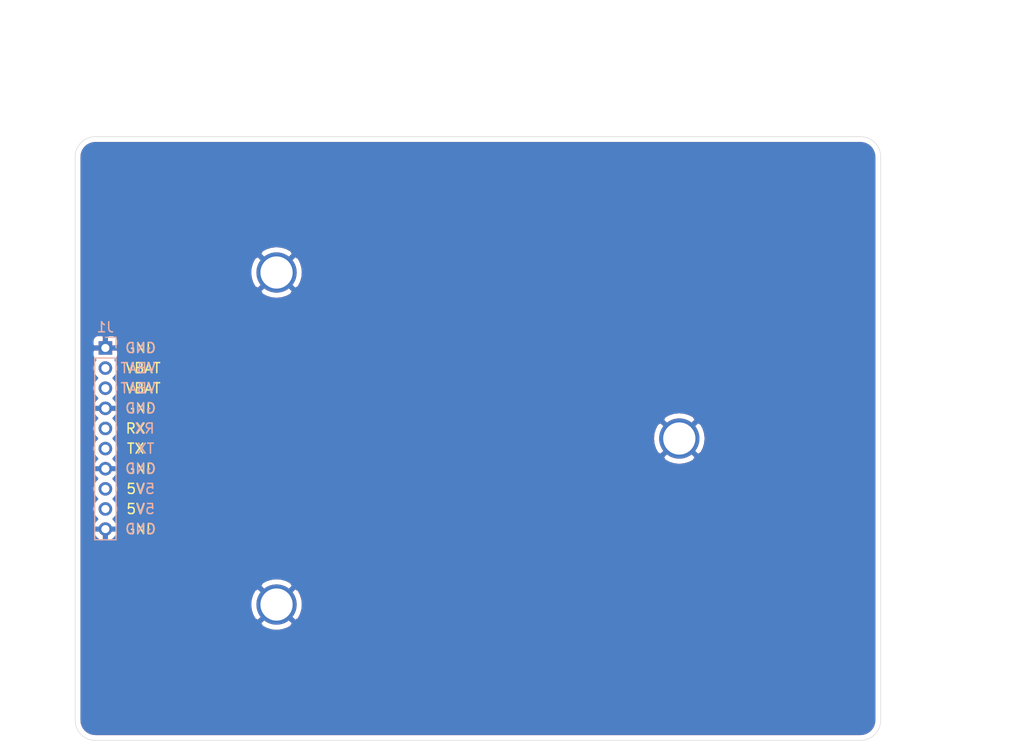
<source format=kicad_pcb>
(kicad_pcb (version 20171130) (host pcbnew 5.1.7-a382d34a8~88~ubuntu20.04.1)

  (general
    (thickness 1.6)
    (drawings 48)
    (tracks 0)
    (zones 0)
    (modules 4)
    (nets 6)
  )

  (page A4)
  (layers
    (0 F.Cu signal)
    (31 B.Cu signal)
    (32 B.Adhes user)
    (33 F.Adhes user)
    (34 B.Paste user)
    (35 F.Paste user)
    (36 B.SilkS user)
    (37 F.SilkS user)
    (38 B.Mask user)
    (39 F.Mask user)
    (40 Dwgs.User user)
    (41 Cmts.User user)
    (42 Eco1.User user)
    (43 Eco2.User user)
    (44 Edge.Cuts user)
    (45 Margin user)
    (46 B.CrtYd user)
    (47 F.CrtYd user)
    (48 B.Fab user)
    (49 F.Fab user)
  )

  (setup
    (last_trace_width 0.25)
    (trace_clearance 0.2)
    (zone_clearance 0.508)
    (zone_45_only no)
    (trace_min 0.2)
    (via_size 0.8)
    (via_drill 0.4)
    (via_min_size 0.4)
    (via_min_drill 0.3)
    (uvia_size 0.3)
    (uvia_drill 0.1)
    (uvias_allowed no)
    (uvia_min_size 0.2)
    (uvia_min_drill 0.1)
    (edge_width 0.05)
    (segment_width 0.2)
    (pcb_text_width 0.3)
    (pcb_text_size 1.5 1.5)
    (mod_edge_width 0.12)
    (mod_text_size 1 1)
    (mod_text_width 0.15)
    (pad_size 1.524 1.524)
    (pad_drill 0.762)
    (pad_to_mask_clearance 0.05)
    (aux_axis_origin 0 0)
    (visible_elements FFFFFF7F)
    (pcbplotparams
      (layerselection 0x010fc_ffffffff)
      (usegerberextensions false)
      (usegerberattributes true)
      (usegerberadvancedattributes true)
      (creategerberjobfile true)
      (excludeedgelayer true)
      (linewidth 0.100000)
      (plotframeref false)
      (viasonmask false)
      (mode 1)
      (useauxorigin false)
      (hpglpennumber 1)
      (hpglpenspeed 20)
      (hpglpendiameter 15.000000)
      (psnegative false)
      (psa4output false)
      (plotreference true)
      (plotvalue true)
      (plotinvisibletext false)
      (padsonsilk false)
      (subtractmaskfromsilk false)
      (outputformat 1)
      (mirror false)
      (drillshape 1)
      (scaleselection 1)
      (outputdirectory ""))
  )

  (net 0 "")
  (net 1 GND)
  (net 2 VBAT)
  (net 3 /UART_TX)
  (net 4 /UART_RX)
  (net 5 +5V)

  (net_class Default "This is the default net class."
    (clearance 0.2)
    (trace_width 0.25)
    (via_dia 0.8)
    (via_drill 0.4)
    (uvia_dia 0.3)
    (uvia_drill 0.1)
    (add_net +5V)
    (add_net /UART_RX)
    (add_net /UART_TX)
    (add_net GND)
    (add_net VBAT)
  )

  (module MRS_Mechanical:Mounting_hole_plated_3,2mm_thin locked (layer F.Cu) (tedit 5DF09C43) (tstamp 5F3D6EAB)
    (at 217 99)
    (path /5F3D375F)
    (fp_text reference H3 (at 0 4.09) (layer F.SilkS) hide
      (effects (font (size 1 1) (thickness 0.15)))
    )
    (fp_text value Mounting_hole_plated_3,2mm (at 0 -3.8) (layer F.Fab) hide
      (effects (font (size 1 1) (thickness 0.15)))
    )
    (fp_circle (center 0 0) (end 3 0) (layer F.Fab) (width 0.15))
    (fp_circle (center 0 0) (end 3 0) (layer F.CrtYd) (width 0.1))
    (pad 1 thru_hole circle (at 0 0) (size 4 4) (drill 3.2) (layers *.Cu *.Mask)
      (net 1 GND))
    (model ${MRS_LIBS}/MRS_Mechanical/3D_Models/M3X6MM.step
      (offset (xyz 0 0 3))
      (scale (xyz 1 1 1))
      (rotate (xyz 0 0 0))
    )
    (model ${MRS_LIBS}/MRS_Mechanical/3D_Models/Spacer_M3x15mm.stp
      (offset (xyz 0 0 -2))
      (scale (xyz 1 1 1))
      (rotate (xyz -180 0 0))
    )
  )

  (module MRS_Connectors:PinHeader_1x10_P2.00mm_Vertical (layer B.Cu) (tedit 59FED667) (tstamp 5F3D67F1)
    (at 160 90 180)
    (descr "Through hole straight pin header, 1x10, 2.00mm pitch, single row")
    (tags "Through hole pin header THT 1x10 2.00mm single row")
    (path /5F3D0B61)
    (fp_text reference J1 (at 0 2.06) (layer B.SilkS)
      (effects (font (size 1 1) (thickness 0.15)) (justify mirror))
    )
    (fp_text value Header_1x10 (at 0 -20.06) (layer B.Fab) hide
      (effects (font (size 1 1) (thickness 0.15)) (justify mirror))
    )
    (fp_line (start -0.5 1) (end 1 1) (layer B.Fab) (width 0.1))
    (fp_line (start 1 1) (end 1 -19) (layer B.Fab) (width 0.1))
    (fp_line (start 1 -19) (end -1 -19) (layer B.Fab) (width 0.1))
    (fp_line (start -1 -19) (end -1 0.5) (layer B.Fab) (width 0.1))
    (fp_line (start -1 0.5) (end -0.5 1) (layer B.Fab) (width 0.1))
    (fp_line (start -1.06 -19.06) (end 1.06 -19.06) (layer B.SilkS) (width 0.12))
    (fp_line (start -1.06 -1) (end -1.06 -19.06) (layer B.SilkS) (width 0.12))
    (fp_line (start 1.06 -1) (end 1.06 -19.06) (layer B.SilkS) (width 0.12))
    (fp_line (start -1.06 -1) (end 1.06 -1) (layer B.SilkS) (width 0.12))
    (fp_line (start -1.06 0) (end -1.06 1.06) (layer B.SilkS) (width 0.12))
    (fp_line (start -1.06 1.06) (end 0 1.06) (layer B.SilkS) (width 0.12))
    (fp_line (start -1.5 1.5) (end -1.5 -19.5) (layer B.CrtYd) (width 0.05))
    (fp_line (start -1.5 -19.5) (end 1.5 -19.5) (layer B.CrtYd) (width 0.05))
    (fp_line (start 1.5 -19.5) (end 1.5 1.5) (layer B.CrtYd) (width 0.05))
    (fp_line (start 1.5 1.5) (end -1.5 1.5) (layer B.CrtYd) (width 0.05))
    (fp_text user %R (at 0 -9 270) (layer B.Fab)
      (effects (font (size 1 1) (thickness 0.15)) (justify mirror))
    )
    (pad 1 thru_hole rect (at 0 0 180) (size 1.35 1.35) (drill 0.8) (layers *.Cu *.Mask)
      (net 1 GND))
    (pad 2 thru_hole oval (at 0 -2 180) (size 1.35 1.35) (drill 0.8) (layers *.Cu *.Mask)
      (net 2 VBAT))
    (pad 3 thru_hole oval (at 0 -4 180) (size 1.35 1.35) (drill 0.8) (layers *.Cu *.Mask)
      (net 2 VBAT))
    (pad 4 thru_hole oval (at 0 -6 180) (size 1.35 1.35) (drill 0.8) (layers *.Cu *.Mask)
      (net 1 GND))
    (pad 5 thru_hole oval (at 0 -8 180) (size 1.35 1.35) (drill 0.8) (layers *.Cu *.Mask)
      (net 4 /UART_RX))
    (pad 6 thru_hole oval (at 0 -10 180) (size 1.35 1.35) (drill 0.8) (layers *.Cu *.Mask)
      (net 3 /UART_TX))
    (pad 7 thru_hole oval (at 0 -12 180) (size 1.35 1.35) (drill 0.8) (layers *.Cu *.Mask)
      (net 1 GND))
    (pad 8 thru_hole oval (at 0 -14 180) (size 1.35 1.35) (drill 0.8) (layers *.Cu *.Mask)
      (net 5 +5V))
    (pad 9 thru_hole oval (at 0 -16 180) (size 1.35 1.35) (drill 0.8) (layers *.Cu *.Mask)
      (net 5 +5V))
    (pad 10 thru_hole oval (at 0 -18 180) (size 1.35 1.35) (drill 0.8) (layers *.Cu *.Mask)
      (net 1 GND))
    (model ${KISYS3DMOD}/Connector_PinHeader_2.00mm.3dshapes/PinHeader_1x10_P2.00mm_Vertical.wrl
      (at (xyz 0 0 0))
      (scale (xyz 1 1 1))
      (rotate (xyz 0 0 0))
    )
  )

  (module MRS_Mechanical:Mounting_hole_plated_3,2mm_thin locked (layer F.Cu) (tedit 5DF09C43) (tstamp 5F3D6751)
    (at 177 115.5)
    (path /5F3DA9EA)
    (fp_text reference H2 (at 0 4.09) (layer F.SilkS) hide
      (effects (font (size 1 1) (thickness 0.15)))
    )
    (fp_text value Mounting_hole_plated_3,2mm (at 0 -3.8) (layer F.Fab) hide
      (effects (font (size 1 1) (thickness 0.15)))
    )
    (fp_circle (center 0 0) (end 3 0) (layer F.CrtYd) (width 0.1))
    (fp_circle (center 0 0) (end 3 0) (layer F.Fab) (width 0.15))
    (pad 1 thru_hole circle (at 0 0) (size 4 4) (drill 3.2) (layers *.Cu *.Mask)
      (net 1 GND))
    (model ${MRS_LIBS}/MRS_Mechanical/3D_Models/M3X6MM.step
      (offset (xyz 0 0 3))
      (scale (xyz 1 1 1))
      (rotate (xyz 0 0 0))
    )
    (model ${MRS_LIBS}/MRS_Mechanical/3D_Models/Spacer_M3x15mm.stp
      (offset (xyz 0 0 -2))
      (scale (xyz 1 1 1))
      (rotate (xyz -180 0 0))
    )
  )

  (module MRS_Mechanical:Mounting_hole_plated_3,2mm_thin locked (layer F.Cu) (tedit 5DF09C43) (tstamp 5F3D674A)
    (at 177 82.5)
    (path /5F3DA6AE)
    (fp_text reference H1 (at 0 4.09) (layer F.SilkS) hide
      (effects (font (size 1 1) (thickness 0.15)))
    )
    (fp_text value Mounting_hole_plated_3,2mm (at 0 -3.8) (layer F.Fab) hide
      (effects (font (size 1 1) (thickness 0.15)))
    )
    (fp_circle (center 0 0) (end 3 0) (layer F.CrtYd) (width 0.1))
    (fp_circle (center 0 0) (end 3 0) (layer F.Fab) (width 0.15))
    (pad 1 thru_hole circle (at 0 0) (size 4 4) (drill 3.2) (layers *.Cu *.Mask)
      (net 1 GND))
    (model ${MRS_LIBS}/MRS_Mechanical/3D_Models/M3X6MM.step
      (offset (xyz 0 0 3))
      (scale (xyz 1 1 1))
      (rotate (xyz 0 0 0))
    )
    (model ${MRS_LIBS}/MRS_Mechanical/3D_Models/Spacer_M3x15mm.stp
      (offset (xyz 0 0 -2))
      (scale (xyz 1 1 1))
      (rotate (xyz -180 0 0))
    )
  )

  (dimension 13.5 (width 0.15) (layer Dwgs.User)
    (gr_text "13,500 mm" (at 153.2 122.25 90) (layer Dwgs.User)
      (effects (font (size 1 1) (thickness 0.15)))
    )
    (feature1 (pts (xy 177 129) (xy 153.913579 129)))
    (feature2 (pts (xy 177 115.5) (xy 153.913579 115.5)))
    (crossbar (pts (xy 154.5 115.5) (xy 154.5 129)))
    (arrow1a (pts (xy 154.5 129) (xy 153.913579 127.873496)))
    (arrow1b (pts (xy 154.5 129) (xy 155.086421 127.873496)))
    (arrow2a (pts (xy 154.5 115.5) (xy 153.913579 116.626504)))
    (arrow2b (pts (xy 154.5 115.5) (xy 155.086421 116.626504)))
  )
  (dimension 33 (width 0.15) (layer Dwgs.User)
    (gr_text "33,000 mm" (at 153.2 99 90) (layer Dwgs.User)
      (effects (font (size 1 1) (thickness 0.15)))
    )
    (feature1 (pts (xy 177 82.5) (xy 153.913579 82.5)))
    (feature2 (pts (xy 177 115.5) (xy 153.913579 115.5)))
    (crossbar (pts (xy 154.5 115.5) (xy 154.5 82.5)))
    (arrow1a (pts (xy 154.5 82.5) (xy 155.086421 83.626504)))
    (arrow1b (pts (xy 154.5 82.5) (xy 153.913579 83.626504)))
    (arrow2a (pts (xy 154.5 115.5) (xy 155.086421 114.373496)))
    (arrow2b (pts (xy 154.5 115.5) (xy 153.913579 114.373496)))
  )
  (dimension 3.2 (width 0.15) (layer Dwgs.User)
    (gr_text "3,2 mm" (at 182.5 82.6 90) (layer Dwgs.User)
      (effects (font (size 1 1) (thickness 0.15)))
    )
    (feature1 (pts (xy 177 81) (xy 181.786421 81)))
    (feature2 (pts (xy 177 84.2) (xy 181.786421 84.2)))
    (crossbar (pts (xy 181.2 84.2) (xy 181.2 81)))
    (arrow1a (pts (xy 181.2 81) (xy 181.786421 82.126504)))
    (arrow1b (pts (xy 181.2 81) (xy 180.613579 82.126504)))
    (arrow2a (pts (xy 181.2 84.2) (xy 181.786421 83.073496)))
    (arrow2b (pts (xy 181.2 84.2) (xy 180.613579 83.073496)))
  )
  (gr_circle (center 217 99) (end 218.6 99) (layer Dwgs.User) (width 0.15) (tstamp 5F3E206D))
  (gr_circle (center 177 115.5) (end 178.6 115.5) (layer Dwgs.User) (width 0.15) (tstamp 5F3E206D))
  (gr_circle (center 177 82.5) (end 178.6 82.5) (layer Dwgs.User) (width 0.15))
  (dimension 30 (width 0.15) (layer Dwgs.User)
    (gr_text "30 mm" (at 242.3 84 270) (layer Dwgs.User)
      (effects (font (size 1 1) (thickness 0.15)))
    )
    (feature1 (pts (xy 217 99) (xy 241.586421 99)))
    (feature2 (pts (xy 217 69) (xy 241.586421 69)))
    (crossbar (pts (xy 241 69) (xy 241 99)))
    (arrow1a (pts (xy 241 99) (xy 240.413579 97.873496)))
    (arrow1b (pts (xy 241 99) (xy 241.586421 97.873496)))
    (arrow2a (pts (xy 241 69) (xy 240.413579 70.126504)))
    (arrow2b (pts (xy 241 69) (xy 241.586421 70.126504)))
  )
  (dimension 20 (width 0.15) (layer Dwgs.User)
    (gr_text "20 mm" (at 227 63.7) (layer Dwgs.User)
      (effects (font (size 1 1) (thickness 0.15)))
    )
    (feature1 (pts (xy 237 99) (xy 237 64.413579)))
    (feature2 (pts (xy 217 99) (xy 217 64.413579)))
    (crossbar (pts (xy 217 65) (xy 237 65)))
    (arrow1a (pts (xy 237 65) (xy 235.873496 65.586421)))
    (arrow1b (pts (xy 237 65) (xy 235.873496 64.413579)))
    (arrow2a (pts (xy 217 65) (xy 218.126504 65.586421)))
    (arrow2b (pts (xy 217 65) (xy 218.126504 64.413579)))
  )
  (dimension 13.5 (width 0.15) (layer Dwgs.User)
    (gr_text "13,500 mm" (at 153.2 75.75 90) (layer Dwgs.User)
      (effects (font (size 1 1) (thickness 0.15)))
    )
    (feature1 (pts (xy 177 69) (xy 153.913579 69)))
    (feature2 (pts (xy 177 82.5) (xy 153.913579 82.5)))
    (crossbar (pts (xy 154.5 82.5) (xy 154.5 69)))
    (arrow1a (pts (xy 154.5 69) (xy 155.086421 70.126504)))
    (arrow1b (pts (xy 154.5 69) (xy 153.913579 70.126504)))
    (arrow2a (pts (xy 154.5 82.5) (xy 155.086421 81.373496)))
    (arrow2b (pts (xy 154.5 82.5) (xy 153.913579 81.373496)))
  )
  (dimension 20 (width 0.15) (layer Dwgs.User)
    (gr_text "20 mm" (at 167 63.7) (layer Dwgs.User)
      (effects (font (size 1 1) (thickness 0.15)))
    )
    (feature1 (pts (xy 177 84) (xy 177 64.413579)))
    (feature2 (pts (xy 157 84) (xy 157 64.413579)))
    (crossbar (pts (xy 157 65) (xy 177 65)))
    (arrow1a (pts (xy 177 65) (xy 175.873496 65.586421)))
    (arrow1b (pts (xy 177 65) (xy 175.873496 64.413579)))
    (arrow2a (pts (xy 157 65) (xy 158.126504 65.586421)))
    (arrow2b (pts (xy 157 65) (xy 158.126504 64.413579)))
  )
  (gr_arc (start 159 127) (end 157 127) (angle -90) (layer Dwgs.User) (width 0.15))
  (gr_arc (start 235 127) (end 235 129) (angle -90) (layer Dwgs.User) (width 0.15))
  (gr_arc (start 235 71) (end 237 71) (angle -90) (layer Dwgs.User) (width 0.15))
  (gr_arc (start 159 71) (end 159 69) (angle -90) (layer Dwgs.User) (width 0.15))
  (gr_line (start 157 127) (end 157 71) (layer Dwgs.User) (width 0.15))
  (gr_line (start 235 129) (end 159 129) (layer Dwgs.User) (width 0.15))
  (gr_line (start 237 71) (end 237 127) (layer Dwgs.User) (width 0.15))
  (gr_line (start 159 69) (end 235 69) (layer Dwgs.User) (width 0.15))
  (dimension 80 (width 0.15) (layer Dwgs.User)
    (gr_text "80,000 mm" (at 197 56.7) (layer Dwgs.User)
      (effects (font (size 2 2) (thickness 0.15)))
    )
    (feature1 (pts (xy 237 71) (xy 237 58.413579)))
    (feature2 (pts (xy 157 71) (xy 157 58.413579)))
    (crossbar (pts (xy 157 59) (xy 237 59)))
    (arrow1a (pts (xy 237 59) (xy 235.873496 59.586421)))
    (arrow1b (pts (xy 237 59) (xy 235.873496 58.413579)))
    (arrow2a (pts (xy 157 59) (xy 158.126504 59.586421)))
    (arrow2b (pts (xy 157 59) (xy 158.126504 58.413579)))
  )
  (dimension 60 (width 0.15) (layer Dwgs.User)
    (gr_text "60 mm" (at 247.3 99 270) (layer Dwgs.User)
      (effects (font (size 2 2) (thickness 0.15)))
    )
    (feature1 (pts (xy 234 129) (xy 246.586421 129)))
    (feature2 (pts (xy 234 69) (xy 246.586421 69)))
    (crossbar (pts (xy 246 69) (xy 246 129)))
    (arrow1a (pts (xy 246 129) (xy 245.413579 127.873496)))
    (arrow1b (pts (xy 246 129) (xy 246.586421 127.873496)))
    (arrow2a (pts (xy 246 69) (xy 245.413579 70.126504)))
    (arrow2b (pts (xy 246 69) (xy 246.586421 70.126504)))
  )
  (gr_text GND (at 163.5 96) (layer F.SilkS) (tstamp 5F3D6991)
    (effects (font (size 1 1) (thickness 0.15)))
  )
  (gr_text GND (at 163.5 108) (layer F.SilkS) (tstamp 5F3D6990)
    (effects (font (size 1 1) (thickness 0.15)))
  )
  (gr_text VBAT (at 163.75 94) (layer F.SilkS) (tstamp 5F3D698F)
    (effects (font (size 1 1) (thickness 0.15)))
  )
  (gr_text 5V (at 163 104) (layer F.SilkS) (tstamp 5F3D698E)
    (effects (font (size 1 1) (thickness 0.15)))
  )
  (gr_text GND (at 163.5 90) (layer F.SilkS) (tstamp 5F3D698D)
    (effects (font (size 1 1) (thickness 0.15)))
  )
  (gr_text RX (at 163 98) (layer F.SilkS) (tstamp 5F3D698C)
    (effects (font (size 1 1) (thickness 0.15)))
  )
  (gr_text VBAT (at 163.75 92) (layer F.SilkS) (tstamp 5F3D698B)
    (effects (font (size 1 1) (thickness 0.15)))
  )
  (gr_text GND (at 163.5 102) (layer F.SilkS) (tstamp 5F3D698A)
    (effects (font (size 1 1) (thickness 0.15)))
  )
  (gr_text TX (at 163 100) (layer F.SilkS) (tstamp 5F3D6989)
    (effects (font (size 1 1) (thickness 0.15)))
  )
  (gr_text 5V (at 163 106) (layer F.SilkS) (tstamp 5F3D6988)
    (effects (font (size 1 1) (thickness 0.15)))
  )
  (gr_text GND (at 163.5 108) (layer B.SilkS)
    (effects (font (size 1 1) (thickness 0.15)) (justify mirror))
  )
  (gr_text 5V (at 164 106) (layer B.SilkS)
    (effects (font (size 1 1) (thickness 0.15)) (justify mirror))
  )
  (gr_text 5V (at 164 104) (layer B.SilkS)
    (effects (font (size 1 1) (thickness 0.15)) (justify mirror))
  )
  (gr_text GND (at 163.5 102) (layer B.SilkS)
    (effects (font (size 1 1) (thickness 0.15)) (justify mirror))
  )
  (gr_text TX (at 164 100) (layer B.SilkS)
    (effects (font (size 1 1) (thickness 0.15)) (justify mirror))
  )
  (gr_text RX (at 163.9 98) (layer B.SilkS)
    (effects (font (size 1 1) (thickness 0.15)) (justify mirror))
  )
  (gr_text GND (at 163.5 96) (layer B.SilkS)
    (effects (font (size 1 1) (thickness 0.15)) (justify mirror))
  )
  (gr_text VBAT (at 163.25 94) (layer B.SilkS)
    (effects (font (size 1 1) (thickness 0.15)) (justify mirror))
  )
  (gr_text VBAT (at 163.25 92) (layer B.SilkS)
    (effects (font (size 1 1) (thickness 0.15)) (justify mirror))
  )
  (gr_text GND (at 163.5 90) (layer B.SilkS)
    (effects (font (size 1 1) (thickness 0.15)) (justify mirror))
  )
  (gr_arc (start 159 127) (end 157 127) (angle -90) (layer Edge.Cuts) (width 0.05))
  (gr_arc (start 235 127) (end 235 129) (angle -90) (layer Edge.Cuts) (width 0.05))
  (gr_arc (start 235 71) (end 237 71) (angle -90) (layer Edge.Cuts) (width 0.05))
  (gr_arc (start 159 71) (end 159 69) (angle -90) (layer Edge.Cuts) (width 0.05))
  (gr_line (start 157 127) (end 157 71) (layer Edge.Cuts) (width 0.05) (tstamp 5F42E73C))
  (gr_line (start 235 129) (end 159 129) (layer Edge.Cuts) (width 0.05))
  (gr_line (start 237 71) (end 237 127) (layer Edge.Cuts) (width 0.05))
  (gr_line (start 159 69) (end 235 69) (layer Edge.Cuts) (width 0.05))

  (zone (net 1) (net_name GND) (layer F.Cu) (tstamp 0) (hatch edge 0.508)
    (connect_pads (clearance 0.5))
    (min_thickness 0.25)
    (fill yes (arc_segments 32) (thermal_gap 0.5) (thermal_bridge_width 0.5))
    (polygon
      (pts
        (xy 237 129) (xy 157 129) (xy 157 69) (xy 237 69)
      )
    )
    (filled_polygon
      (pts
        (xy 235.261611 69.678769) (xy 235.513258 69.754745) (xy 235.745353 69.878152) (xy 235.94906 70.044292) (xy 236.116616 70.246832)
        (xy 236.241641 70.478062) (xy 236.319373 70.729172) (xy 236.35 71.020567) (xy 236.350001 126.968197) (xy 236.321231 127.261612)
        (xy 236.245255 127.513256) (xy 236.121846 127.745354) (xy 235.955709 127.949058) (xy 235.753168 128.116616) (xy 235.521938 128.241641)
        (xy 235.270828 128.319373) (xy 234.979433 128.35) (xy 159.031793 128.35) (xy 158.738388 128.321231) (xy 158.486744 128.245255)
        (xy 158.254646 128.121846) (xy 158.050942 127.955709) (xy 157.883384 127.753168) (xy 157.758359 127.521938) (xy 157.680627 127.270828)
        (xy 157.65 126.979433) (xy 157.65 117.340812) (xy 175.335965 117.340812) (xy 175.552468 117.705021) (xy 176.01046 117.945052)
        (xy 176.50648 118.09112) (xy 177.021465 118.137613) (xy 177.535625 118.082744) (xy 178.029202 117.928623) (xy 178.447532 117.705021)
        (xy 178.664035 117.340812) (xy 177 115.676777) (xy 175.335965 117.340812) (xy 157.65 117.340812) (xy 157.65 115.521465)
        (xy 174.362387 115.521465) (xy 174.417256 116.035625) (xy 174.571377 116.529202) (xy 174.794979 116.947532) (xy 175.159188 117.164035)
        (xy 176.823223 115.5) (xy 177.176777 115.5) (xy 178.840812 117.164035) (xy 179.205021 116.947532) (xy 179.445052 116.48954)
        (xy 179.59112 115.99352) (xy 179.637613 115.478535) (xy 179.582744 114.964375) (xy 179.428623 114.470798) (xy 179.205021 114.052468)
        (xy 178.840812 113.835965) (xy 177.176777 115.5) (xy 176.823223 115.5) (xy 175.159188 113.835965) (xy 174.794979 114.052468)
        (xy 174.554948 114.51046) (xy 174.40888 115.00648) (xy 174.362387 115.521465) (xy 157.65 115.521465) (xy 157.65 113.659188)
        (xy 175.335965 113.659188) (xy 177 115.323223) (xy 178.664035 113.659188) (xy 178.447532 113.294979) (xy 177.98954 113.054948)
        (xy 177.49352 112.90888) (xy 176.978535 112.862387) (xy 176.464375 112.917256) (xy 175.970798 113.071377) (xy 175.552468 113.294979)
        (xy 175.335965 113.659188) (xy 157.65 113.659188) (xy 157.65 108.325883) (xy 158.741509 108.325883) (xy 158.772545 108.428221)
        (xy 158.879672 108.659457) (xy 159.029853 108.865351) (xy 159.217316 109.03799) (xy 159.434857 109.170739) (xy 159.674116 109.258497)
        (xy 159.875 109.137732) (xy 159.875 108.125) (xy 160.125 108.125) (xy 160.125 109.137732) (xy 160.325884 109.258497)
        (xy 160.565143 109.170739) (xy 160.782684 109.03799) (xy 160.970147 108.865351) (xy 161.120328 108.659457) (xy 161.227455 108.428221)
        (xy 161.258491 108.325883) (xy 161.136899 108.125) (xy 160.125 108.125) (xy 159.875 108.125) (xy 158.863101 108.125)
        (xy 158.741509 108.325883) (xy 157.65 108.325883) (xy 157.65 103.871961) (xy 158.7 103.871961) (xy 158.7 104.128039)
        (xy 158.749958 104.379196) (xy 158.847955 104.615781) (xy 158.990224 104.828702) (xy 159.161522 105) (xy 158.990224 105.171298)
        (xy 158.847955 105.384219) (xy 158.749958 105.620804) (xy 158.7 105.871961) (xy 158.7 106.128039) (xy 158.749958 106.379196)
        (xy 158.847955 106.615781) (xy 158.990224 106.828702) (xy 159.168494 107.006972) (xy 159.029853 107.134649) (xy 158.879672 107.340543)
        (xy 158.772545 107.571779) (xy 158.741509 107.674117) (xy 158.863101 107.875) (xy 159.875 107.875) (xy 159.875 107.855)
        (xy 160.125 107.855) (xy 160.125 107.875) (xy 161.136899 107.875) (xy 161.258491 107.674117) (xy 161.227455 107.571779)
        (xy 161.120328 107.340543) (xy 160.970147 107.134649) (xy 160.831506 107.006972) (xy 161.009776 106.828702) (xy 161.152045 106.615781)
        (xy 161.250042 106.379196) (xy 161.3 106.128039) (xy 161.3 105.871961) (xy 161.250042 105.620804) (xy 161.152045 105.384219)
        (xy 161.009776 105.171298) (xy 160.838478 105) (xy 161.009776 104.828702) (xy 161.152045 104.615781) (xy 161.250042 104.379196)
        (xy 161.3 104.128039) (xy 161.3 103.871961) (xy 161.250042 103.620804) (xy 161.152045 103.384219) (xy 161.009776 103.171298)
        (xy 160.831506 102.993028) (xy 160.970147 102.865351) (xy 161.120328 102.659457) (xy 161.227455 102.428221) (xy 161.258491 102.325883)
        (xy 161.136899 102.125) (xy 160.125 102.125) (xy 160.125 102.145) (xy 159.875 102.145) (xy 159.875 102.125)
        (xy 158.863101 102.125) (xy 158.741509 102.325883) (xy 158.772545 102.428221) (xy 158.879672 102.659457) (xy 159.029853 102.865351)
        (xy 159.168494 102.993028) (xy 158.990224 103.171298) (xy 158.847955 103.384219) (xy 158.749958 103.620804) (xy 158.7 103.871961)
        (xy 157.65 103.871961) (xy 157.65 97.871961) (xy 158.7 97.871961) (xy 158.7 98.128039) (xy 158.749958 98.379196)
        (xy 158.847955 98.615781) (xy 158.990224 98.828702) (xy 159.161522 99) (xy 158.990224 99.171298) (xy 158.847955 99.384219)
        (xy 158.749958 99.620804) (xy 158.7 99.871961) (xy 158.7 100.128039) (xy 158.749958 100.379196) (xy 158.847955 100.615781)
        (xy 158.990224 100.828702) (xy 159.168494 101.006972) (xy 159.029853 101.134649) (xy 158.879672 101.340543) (xy 158.772545 101.571779)
        (xy 158.741509 101.674117) (xy 158.863101 101.875) (xy 159.875 101.875) (xy 159.875 101.855) (xy 160.125 101.855)
        (xy 160.125 101.875) (xy 161.136899 101.875) (xy 161.258491 101.674117) (xy 161.227455 101.571779) (xy 161.120328 101.340543)
        (xy 160.970147 101.134649) (xy 160.831506 101.006972) (xy 160.997666 100.840812) (xy 215.335965 100.840812) (xy 215.552468 101.205021)
        (xy 216.01046 101.445052) (xy 216.50648 101.59112) (xy 217.021465 101.637613) (xy 217.535625 101.582744) (xy 218.029202 101.428623)
        (xy 218.447532 101.205021) (xy 218.664035 100.840812) (xy 217 99.176777) (xy 215.335965 100.840812) (xy 160.997666 100.840812)
        (xy 161.009776 100.828702) (xy 161.152045 100.615781) (xy 161.250042 100.379196) (xy 161.3 100.128039) (xy 161.3 99.871961)
        (xy 161.250042 99.620804) (xy 161.152045 99.384219) (xy 161.009776 99.171298) (xy 160.859943 99.021465) (xy 214.362387 99.021465)
        (xy 214.417256 99.535625) (xy 214.571377 100.029202) (xy 214.794979 100.447532) (xy 215.159188 100.664035) (xy 216.823223 99)
        (xy 217.176777 99) (xy 218.840812 100.664035) (xy 219.205021 100.447532) (xy 219.445052 99.98954) (xy 219.59112 99.49352)
        (xy 219.637613 98.978535) (xy 219.582744 98.464375) (xy 219.428623 97.970798) (xy 219.205021 97.552468) (xy 218.840812 97.335965)
        (xy 217.176777 99) (xy 216.823223 99) (xy 215.159188 97.335965) (xy 214.794979 97.552468) (xy 214.554948 98.01046)
        (xy 214.40888 98.50648) (xy 214.362387 99.021465) (xy 160.859943 99.021465) (xy 160.838478 99) (xy 161.009776 98.828702)
        (xy 161.152045 98.615781) (xy 161.250042 98.379196) (xy 161.3 98.128039) (xy 161.3 97.871961) (xy 161.250042 97.620804)
        (xy 161.152045 97.384219) (xy 161.009776 97.171298) (xy 160.997666 97.159188) (xy 215.335965 97.159188) (xy 217 98.823223)
        (xy 218.664035 97.159188) (xy 218.447532 96.794979) (xy 217.98954 96.554948) (xy 217.49352 96.40888) (xy 216.978535 96.362387)
        (xy 216.464375 96.417256) (xy 215.970798 96.571377) (xy 215.552468 96.794979) (xy 215.335965 97.159188) (xy 160.997666 97.159188)
        (xy 160.831506 96.993028) (xy 160.970147 96.865351) (xy 161.120328 96.659457) (xy 161.227455 96.428221) (xy 161.258491 96.325883)
        (xy 161.136899 96.125) (xy 160.125 96.125) (xy 160.125 96.145) (xy 159.875 96.145) (xy 159.875 96.125)
        (xy 158.863101 96.125) (xy 158.741509 96.325883) (xy 158.772545 96.428221) (xy 158.879672 96.659457) (xy 159.029853 96.865351)
        (xy 159.168494 96.993028) (xy 158.990224 97.171298) (xy 158.847955 97.384219) (xy 158.749958 97.620804) (xy 158.7 97.871961)
        (xy 157.65 97.871961) (xy 157.65 90.675) (xy 158.696976 90.675) (xy 158.709043 90.797521) (xy 158.744781 90.915334)
        (xy 158.802817 91.023911) (xy 158.88092 91.11908) (xy 158.974048 91.195508) (xy 158.847955 91.384219) (xy 158.749958 91.620804)
        (xy 158.7 91.871961) (xy 158.7 92.128039) (xy 158.749958 92.379196) (xy 158.847955 92.615781) (xy 158.990224 92.828702)
        (xy 159.161522 93) (xy 158.990224 93.171298) (xy 158.847955 93.384219) (xy 158.749958 93.620804) (xy 158.7 93.871961)
        (xy 158.7 94.128039) (xy 158.749958 94.379196) (xy 158.847955 94.615781) (xy 158.990224 94.828702) (xy 159.168494 95.006972)
        (xy 159.029853 95.134649) (xy 158.879672 95.340543) (xy 158.772545 95.571779) (xy 158.741509 95.674117) (xy 158.863101 95.875)
        (xy 159.875 95.875) (xy 159.875 95.855) (xy 160.125 95.855) (xy 160.125 95.875) (xy 161.136899 95.875)
        (xy 161.258491 95.674117) (xy 161.227455 95.571779) (xy 161.120328 95.340543) (xy 160.970147 95.134649) (xy 160.831506 95.006972)
        (xy 161.009776 94.828702) (xy 161.152045 94.615781) (xy 161.250042 94.379196) (xy 161.3 94.128039) (xy 161.3 93.871961)
        (xy 161.250042 93.620804) (xy 161.152045 93.384219) (xy 161.009776 93.171298) (xy 160.838478 93) (xy 161.009776 92.828702)
        (xy 161.152045 92.615781) (xy 161.250042 92.379196) (xy 161.3 92.128039) (xy 161.3 91.871961) (xy 161.250042 91.620804)
        (xy 161.152045 91.384219) (xy 161.025952 91.195508) (xy 161.11908 91.11908) (xy 161.197183 91.023911) (xy 161.255219 90.915334)
        (xy 161.290957 90.797521) (xy 161.303024 90.675) (xy 161.3 90.28125) (xy 161.14375 90.125) (xy 160.125 90.125)
        (xy 160.125 90.145) (xy 159.875 90.145) (xy 159.875 90.125) (xy 158.85625 90.125) (xy 158.7 90.28125)
        (xy 158.696976 90.675) (xy 157.65 90.675) (xy 157.65 89.325) (xy 158.696976 89.325) (xy 158.7 89.71875)
        (xy 158.85625 89.875) (xy 159.875 89.875) (xy 159.875 88.85625) (xy 160.125 88.85625) (xy 160.125 89.875)
        (xy 161.14375 89.875) (xy 161.3 89.71875) (xy 161.303024 89.325) (xy 161.290957 89.202479) (xy 161.255219 89.084666)
        (xy 161.197183 88.976089) (xy 161.11908 88.88092) (xy 161.023911 88.802817) (xy 160.915334 88.744781) (xy 160.797521 88.709043)
        (xy 160.675 88.696976) (xy 160.28125 88.7) (xy 160.125 88.85625) (xy 159.875 88.85625) (xy 159.71875 88.7)
        (xy 159.325 88.696976) (xy 159.202479 88.709043) (xy 159.084666 88.744781) (xy 158.976089 88.802817) (xy 158.88092 88.88092)
        (xy 158.802817 88.976089) (xy 158.744781 89.084666) (xy 158.709043 89.202479) (xy 158.696976 89.325) (xy 157.65 89.325)
        (xy 157.65 84.340812) (xy 175.335965 84.340812) (xy 175.552468 84.705021) (xy 176.01046 84.945052) (xy 176.50648 85.09112)
        (xy 177.021465 85.137613) (xy 177.535625 85.082744) (xy 178.029202 84.928623) (xy 178.447532 84.705021) (xy 178.664035 84.340812)
        (xy 177 82.676777) (xy 175.335965 84.340812) (xy 157.65 84.340812) (xy 157.65 82.521465) (xy 174.362387 82.521465)
        (xy 174.417256 83.035625) (xy 174.571377 83.529202) (xy 174.794979 83.947532) (xy 175.159188 84.164035) (xy 176.823223 82.5)
        (xy 177.176777 82.5) (xy 178.840812 84.164035) (xy 179.205021 83.947532) (xy 179.445052 83.48954) (xy 179.59112 82.99352)
        (xy 179.637613 82.478535) (xy 179.582744 81.964375) (xy 179.428623 81.470798) (xy 179.205021 81.052468) (xy 178.840812 80.835965)
        (xy 177.176777 82.5) (xy 176.823223 82.5) (xy 175.159188 80.835965) (xy 174.794979 81.052468) (xy 174.554948 81.51046)
        (xy 174.40888 82.00648) (xy 174.362387 82.521465) (xy 157.65 82.521465) (xy 157.65 80.659188) (xy 175.335965 80.659188)
        (xy 177 82.323223) (xy 178.664035 80.659188) (xy 178.447532 80.294979) (xy 177.98954 80.054948) (xy 177.49352 79.90888)
        (xy 176.978535 79.862387) (xy 176.464375 79.917256) (xy 175.970798 80.071377) (xy 175.552468 80.294979) (xy 175.335965 80.659188)
        (xy 157.65 80.659188) (xy 157.65 71.031793) (xy 157.678769 70.738389) (xy 157.754745 70.486742) (xy 157.878152 70.254647)
        (xy 158.044292 70.05094) (xy 158.246832 69.883384) (xy 158.478062 69.758359) (xy 158.729172 69.680627) (xy 159.020567 69.65)
        (xy 234.968207 69.65)
      )
    )
  )
  (zone (net 1) (net_name GND) (layer B.Cu) (tstamp 5F3D69CC) (hatch edge 0.508)
    (connect_pads (clearance 0.5))
    (min_thickness 0.25)
    (fill yes (arc_segments 32) (thermal_gap 0.5) (thermal_bridge_width 0.5))
    (polygon
      (pts
        (xy 237 129) (xy 157 129) (xy 157 69) (xy 237 69)
      )
    )
    (filled_polygon
      (pts
        (xy 235.261611 69.678769) (xy 235.513258 69.754745) (xy 235.745353 69.878152) (xy 235.94906 70.044292) (xy 236.116616 70.246832)
        (xy 236.241641 70.478062) (xy 236.319373 70.729172) (xy 236.35 71.020567) (xy 236.350001 126.968197) (xy 236.321231 127.261612)
        (xy 236.245255 127.513256) (xy 236.121846 127.745354) (xy 235.955709 127.949058) (xy 235.753168 128.116616) (xy 235.521938 128.241641)
        (xy 235.270828 128.319373) (xy 234.979433 128.35) (xy 159.031793 128.35) (xy 158.738388 128.321231) (xy 158.486744 128.245255)
        (xy 158.254646 128.121846) (xy 158.050942 127.955709) (xy 157.883384 127.753168) (xy 157.758359 127.521938) (xy 157.680627 127.270828)
        (xy 157.65 126.979433) (xy 157.65 117.340812) (xy 175.335965 117.340812) (xy 175.552468 117.705021) (xy 176.01046 117.945052)
        (xy 176.50648 118.09112) (xy 177.021465 118.137613) (xy 177.535625 118.082744) (xy 178.029202 117.928623) (xy 178.447532 117.705021)
        (xy 178.664035 117.340812) (xy 177 115.676777) (xy 175.335965 117.340812) (xy 157.65 117.340812) (xy 157.65 115.521465)
        (xy 174.362387 115.521465) (xy 174.417256 116.035625) (xy 174.571377 116.529202) (xy 174.794979 116.947532) (xy 175.159188 117.164035)
        (xy 176.823223 115.5) (xy 177.176777 115.5) (xy 178.840812 117.164035) (xy 179.205021 116.947532) (xy 179.445052 116.48954)
        (xy 179.59112 115.99352) (xy 179.637613 115.478535) (xy 179.582744 114.964375) (xy 179.428623 114.470798) (xy 179.205021 114.052468)
        (xy 178.840812 113.835965) (xy 177.176777 115.5) (xy 176.823223 115.5) (xy 175.159188 113.835965) (xy 174.794979 114.052468)
        (xy 174.554948 114.51046) (xy 174.40888 115.00648) (xy 174.362387 115.521465) (xy 157.65 115.521465) (xy 157.65 113.659188)
        (xy 175.335965 113.659188) (xy 177 115.323223) (xy 178.664035 113.659188) (xy 178.447532 113.294979) (xy 177.98954 113.054948)
        (xy 177.49352 112.90888) (xy 176.978535 112.862387) (xy 176.464375 112.917256) (xy 175.970798 113.071377) (xy 175.552468 113.294979)
        (xy 175.335965 113.659188) (xy 157.65 113.659188) (xy 157.65 108.325883) (xy 158.741509 108.325883) (xy 158.772545 108.428221)
        (xy 158.879672 108.659457) (xy 159.029853 108.865351) (xy 159.217316 109.03799) (xy 159.434857 109.170739) (xy 159.674116 109.258497)
        (xy 159.875 109.137732) (xy 159.875 108.125) (xy 160.125 108.125) (xy 160.125 109.137732) (xy 160.325884 109.258497)
        (xy 160.565143 109.170739) (xy 160.782684 109.03799) (xy 160.970147 108.865351) (xy 161.120328 108.659457) (xy 161.227455 108.428221)
        (xy 161.258491 108.325883) (xy 161.136899 108.125) (xy 160.125 108.125) (xy 159.875 108.125) (xy 158.863101 108.125)
        (xy 158.741509 108.325883) (xy 157.65 108.325883) (xy 157.65 103.871961) (xy 158.7 103.871961) (xy 158.7 104.128039)
        (xy 158.749958 104.379196) (xy 158.847955 104.615781) (xy 158.990224 104.828702) (xy 159.161522 105) (xy 158.990224 105.171298)
        (xy 158.847955 105.384219) (xy 158.749958 105.620804) (xy 158.7 105.871961) (xy 158.7 106.128039) (xy 158.749958 106.379196)
        (xy 158.847955 106.615781) (xy 158.990224 106.828702) (xy 159.168494 107.006972) (xy 159.029853 107.134649) (xy 158.879672 107.340543)
        (xy 158.772545 107.571779) (xy 158.741509 107.674117) (xy 158.863101 107.875) (xy 159.875 107.875) (xy 159.875 107.855)
        (xy 160.125 107.855) (xy 160.125 107.875) (xy 161.136899 107.875) (xy 161.258491 107.674117) (xy 161.227455 107.571779)
        (xy 161.120328 107.340543) (xy 160.970147 107.134649) (xy 160.831506 107.006972) (xy 161.009776 106.828702) (xy 161.152045 106.615781)
        (xy 161.250042 106.379196) (xy 161.3 106.128039) (xy 161.3 105.871961) (xy 161.250042 105.620804) (xy 161.152045 105.384219)
        (xy 161.009776 105.171298) (xy 160.838478 105) (xy 161.009776 104.828702) (xy 161.152045 104.615781) (xy 161.250042 104.379196)
        (xy 161.3 104.128039) (xy 161.3 103.871961) (xy 161.250042 103.620804) (xy 161.152045 103.384219) (xy 161.009776 103.171298)
        (xy 160.831506 102.993028) (xy 160.970147 102.865351) (xy 161.120328 102.659457) (xy 161.227455 102.428221) (xy 161.258491 102.325883)
        (xy 161.136899 102.125) (xy 160.125 102.125) (xy 160.125 102.145) (xy 159.875 102.145) (xy 159.875 102.125)
        (xy 158.863101 102.125) (xy 158.741509 102.325883) (xy 158.772545 102.428221) (xy 158.879672 102.659457) (xy 159.029853 102.865351)
        (xy 159.168494 102.993028) (xy 158.990224 103.171298) (xy 158.847955 103.384219) (xy 158.749958 103.620804) (xy 158.7 103.871961)
        (xy 157.65 103.871961) (xy 157.65 97.871961) (xy 158.7 97.871961) (xy 158.7 98.128039) (xy 158.749958 98.379196)
        (xy 158.847955 98.615781) (xy 158.990224 98.828702) (xy 159.161522 99) (xy 158.990224 99.171298) (xy 158.847955 99.384219)
        (xy 158.749958 99.620804) (xy 158.7 99.871961) (xy 158.7 100.128039) (xy 158.749958 100.379196) (xy 158.847955 100.615781)
        (xy 158.990224 100.828702) (xy 159.168494 101.006972) (xy 159.029853 101.134649) (xy 158.879672 101.340543) (xy 158.772545 101.571779)
        (xy 158.741509 101.674117) (xy 158.863101 101.875) (xy 159.875 101.875) (xy 159.875 101.855) (xy 160.125 101.855)
        (xy 160.125 101.875) (xy 161.136899 101.875) (xy 161.258491 101.674117) (xy 161.227455 101.571779) (xy 161.120328 101.340543)
        (xy 160.970147 101.134649) (xy 160.831506 101.006972) (xy 160.997666 100.840812) (xy 215.335965 100.840812) (xy 215.552468 101.205021)
        (xy 216.01046 101.445052) (xy 216.50648 101.59112) (xy 217.021465 101.637613) (xy 217.535625 101.582744) (xy 218.029202 101.428623)
        (xy 218.447532 101.205021) (xy 218.664035 100.840812) (xy 217 99.176777) (xy 215.335965 100.840812) (xy 160.997666 100.840812)
        (xy 161.009776 100.828702) (xy 161.152045 100.615781) (xy 161.250042 100.379196) (xy 161.3 100.128039) (xy 161.3 99.871961)
        (xy 161.250042 99.620804) (xy 161.152045 99.384219) (xy 161.009776 99.171298) (xy 160.859943 99.021465) (xy 214.362387 99.021465)
        (xy 214.417256 99.535625) (xy 214.571377 100.029202) (xy 214.794979 100.447532) (xy 215.159188 100.664035) (xy 216.823223 99)
        (xy 217.176777 99) (xy 218.840812 100.664035) (xy 219.205021 100.447532) (xy 219.445052 99.98954) (xy 219.59112 99.49352)
        (xy 219.637613 98.978535) (xy 219.582744 98.464375) (xy 219.428623 97.970798) (xy 219.205021 97.552468) (xy 218.840812 97.335965)
        (xy 217.176777 99) (xy 216.823223 99) (xy 215.159188 97.335965) (xy 214.794979 97.552468) (xy 214.554948 98.01046)
        (xy 214.40888 98.50648) (xy 214.362387 99.021465) (xy 160.859943 99.021465) (xy 160.838478 99) (xy 161.009776 98.828702)
        (xy 161.152045 98.615781) (xy 161.250042 98.379196) (xy 161.3 98.128039) (xy 161.3 97.871961) (xy 161.250042 97.620804)
        (xy 161.152045 97.384219) (xy 161.009776 97.171298) (xy 160.997666 97.159188) (xy 215.335965 97.159188) (xy 217 98.823223)
        (xy 218.664035 97.159188) (xy 218.447532 96.794979) (xy 217.98954 96.554948) (xy 217.49352 96.40888) (xy 216.978535 96.362387)
        (xy 216.464375 96.417256) (xy 215.970798 96.571377) (xy 215.552468 96.794979) (xy 215.335965 97.159188) (xy 160.997666 97.159188)
        (xy 160.831506 96.993028) (xy 160.970147 96.865351) (xy 161.120328 96.659457) (xy 161.227455 96.428221) (xy 161.258491 96.325883)
        (xy 161.136899 96.125) (xy 160.125 96.125) (xy 160.125 96.145) (xy 159.875 96.145) (xy 159.875 96.125)
        (xy 158.863101 96.125) (xy 158.741509 96.325883) (xy 158.772545 96.428221) (xy 158.879672 96.659457) (xy 159.029853 96.865351)
        (xy 159.168494 96.993028) (xy 158.990224 97.171298) (xy 158.847955 97.384219) (xy 158.749958 97.620804) (xy 158.7 97.871961)
        (xy 157.65 97.871961) (xy 157.65 90.675) (xy 158.696976 90.675) (xy 158.709043 90.797521) (xy 158.744781 90.915334)
        (xy 158.802817 91.023911) (xy 158.88092 91.11908) (xy 158.974048 91.195508) (xy 158.847955 91.384219) (xy 158.749958 91.620804)
        (xy 158.7 91.871961) (xy 158.7 92.128039) (xy 158.749958 92.379196) (xy 158.847955 92.615781) (xy 158.990224 92.828702)
        (xy 159.161522 93) (xy 158.990224 93.171298) (xy 158.847955 93.384219) (xy 158.749958 93.620804) (xy 158.7 93.871961)
        (xy 158.7 94.128039) (xy 158.749958 94.379196) (xy 158.847955 94.615781) (xy 158.990224 94.828702) (xy 159.168494 95.006972)
        (xy 159.029853 95.134649) (xy 158.879672 95.340543) (xy 158.772545 95.571779) (xy 158.741509 95.674117) (xy 158.863101 95.875)
        (xy 159.875 95.875) (xy 159.875 95.855) (xy 160.125 95.855) (xy 160.125 95.875) (xy 161.136899 95.875)
        (xy 161.258491 95.674117) (xy 161.227455 95.571779) (xy 161.120328 95.340543) (xy 160.970147 95.134649) (xy 160.831506 95.006972)
        (xy 161.009776 94.828702) (xy 161.152045 94.615781) (xy 161.250042 94.379196) (xy 161.3 94.128039) (xy 161.3 93.871961)
        (xy 161.250042 93.620804) (xy 161.152045 93.384219) (xy 161.009776 93.171298) (xy 160.838478 93) (xy 161.009776 92.828702)
        (xy 161.152045 92.615781) (xy 161.250042 92.379196) (xy 161.3 92.128039) (xy 161.3 91.871961) (xy 161.250042 91.620804)
        (xy 161.152045 91.384219) (xy 161.025952 91.195508) (xy 161.11908 91.11908) (xy 161.197183 91.023911) (xy 161.255219 90.915334)
        (xy 161.290957 90.797521) (xy 161.303024 90.675) (xy 161.3 90.28125) (xy 161.14375 90.125) (xy 160.125 90.125)
        (xy 160.125 90.145) (xy 159.875 90.145) (xy 159.875 90.125) (xy 158.85625 90.125) (xy 158.7 90.28125)
        (xy 158.696976 90.675) (xy 157.65 90.675) (xy 157.65 89.325) (xy 158.696976 89.325) (xy 158.7 89.71875)
        (xy 158.85625 89.875) (xy 159.875 89.875) (xy 159.875 88.85625) (xy 160.125 88.85625) (xy 160.125 89.875)
        (xy 161.14375 89.875) (xy 161.3 89.71875) (xy 161.303024 89.325) (xy 161.290957 89.202479) (xy 161.255219 89.084666)
        (xy 161.197183 88.976089) (xy 161.11908 88.88092) (xy 161.023911 88.802817) (xy 160.915334 88.744781) (xy 160.797521 88.709043)
        (xy 160.675 88.696976) (xy 160.28125 88.7) (xy 160.125 88.85625) (xy 159.875 88.85625) (xy 159.71875 88.7)
        (xy 159.325 88.696976) (xy 159.202479 88.709043) (xy 159.084666 88.744781) (xy 158.976089 88.802817) (xy 158.88092 88.88092)
        (xy 158.802817 88.976089) (xy 158.744781 89.084666) (xy 158.709043 89.202479) (xy 158.696976 89.325) (xy 157.65 89.325)
        (xy 157.65 84.340812) (xy 175.335965 84.340812) (xy 175.552468 84.705021) (xy 176.01046 84.945052) (xy 176.50648 85.09112)
        (xy 177.021465 85.137613) (xy 177.535625 85.082744) (xy 178.029202 84.928623) (xy 178.447532 84.705021) (xy 178.664035 84.340812)
        (xy 177 82.676777) (xy 175.335965 84.340812) (xy 157.65 84.340812) (xy 157.65 82.521465) (xy 174.362387 82.521465)
        (xy 174.417256 83.035625) (xy 174.571377 83.529202) (xy 174.794979 83.947532) (xy 175.159188 84.164035) (xy 176.823223 82.5)
        (xy 177.176777 82.5) (xy 178.840812 84.164035) (xy 179.205021 83.947532) (xy 179.445052 83.48954) (xy 179.59112 82.99352)
        (xy 179.637613 82.478535) (xy 179.582744 81.964375) (xy 179.428623 81.470798) (xy 179.205021 81.052468) (xy 178.840812 80.835965)
        (xy 177.176777 82.5) (xy 176.823223 82.5) (xy 175.159188 80.835965) (xy 174.794979 81.052468) (xy 174.554948 81.51046)
        (xy 174.40888 82.00648) (xy 174.362387 82.521465) (xy 157.65 82.521465) (xy 157.65 80.659188) (xy 175.335965 80.659188)
        (xy 177 82.323223) (xy 178.664035 80.659188) (xy 178.447532 80.294979) (xy 177.98954 80.054948) (xy 177.49352 79.90888)
        (xy 176.978535 79.862387) (xy 176.464375 79.917256) (xy 175.970798 80.071377) (xy 175.552468 80.294979) (xy 175.335965 80.659188)
        (xy 157.65 80.659188) (xy 157.65 71.031793) (xy 157.678769 70.738389) (xy 157.754745 70.486742) (xy 157.878152 70.254647)
        (xy 158.044292 70.05094) (xy 158.246832 69.883384) (xy 158.478062 69.758359) (xy 158.729172 69.680627) (xy 159.020567 69.65)
        (xy 234.968207 69.65)
      )
    )
  )
)

</source>
